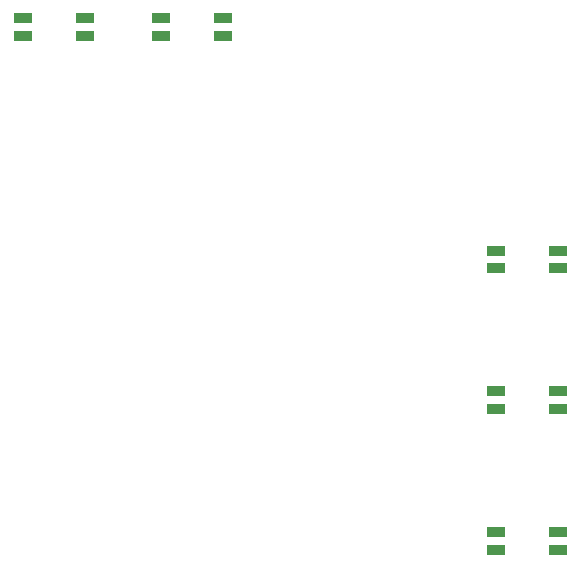
<source format=gbr>
%TF.GenerationSoftware,KiCad,Pcbnew,9.0.7*%
%TF.CreationDate,2026-02-18T12:12:19+05:30*%
%TF.ProjectId,RenPad,52656e50-6164-42e6-9b69-6361645f7063,rev?*%
%TF.SameCoordinates,Original*%
%TF.FileFunction,Paste,Bot*%
%TF.FilePolarity,Positive*%
%FSLAX46Y46*%
G04 Gerber Fmt 4.6, Leading zero omitted, Abs format (unit mm)*
G04 Created by KiCad (PCBNEW 9.0.7) date 2026-02-18 12:12:19*
%MOMM*%
%LPD*%
G01*
G04 APERTURE LIST*
G04 Aperture macros list*
%AMRoundRect*
0 Rectangle with rounded corners*
0 $1 Rounding radius*
0 $2 $3 $4 $5 $6 $7 $8 $9 X,Y pos of 4 corners*
0 Add a 4 corners polygon primitive as box body*
4,1,4,$2,$3,$4,$5,$6,$7,$8,$9,$2,$3,0*
0 Add four circle primitives for the rounded corners*
1,1,$1+$1,$2,$3*
1,1,$1+$1,$4,$5*
1,1,$1+$1,$6,$7*
1,1,$1+$1,$8,$9*
0 Add four rect primitives between the rounded corners*
20,1,$1+$1,$2,$3,$4,$5,0*
20,1,$1+$1,$4,$5,$6,$7,0*
20,1,$1+$1,$6,$7,$8,$9,0*
20,1,$1+$1,$8,$9,$2,$3,0*%
G04 Aperture macros list end*
%ADD10RoundRect,0.082000X-0.718000X0.328000X-0.718000X-0.328000X0.718000X-0.328000X0.718000X0.328000X0*%
G04 APERTURE END LIST*
D10*
%TO.C,D12*%
X102612501Y-65174958D03*
X102612501Y-66674958D03*
X107812501Y-66674958D03*
X107812501Y-65174958D03*
%TD*%
%TO.C,D9*%
X142656301Y-84872158D03*
X142656301Y-86372158D03*
X147856301Y-86372158D03*
X147856301Y-84872158D03*
%TD*%
%TO.C,D10*%
X142656301Y-96778358D03*
X142656301Y-98278358D03*
X147856301Y-98278358D03*
X147856301Y-96778358D03*
%TD*%
%TO.C,D13*%
X114300001Y-65157658D03*
X114300001Y-66657658D03*
X119500001Y-66657658D03*
X119500001Y-65157658D03*
%TD*%
%TO.C,D11*%
X142656301Y-108684658D03*
X142656301Y-110184658D03*
X147856301Y-110184658D03*
X147856301Y-108684658D03*
%TD*%
M02*

</source>
